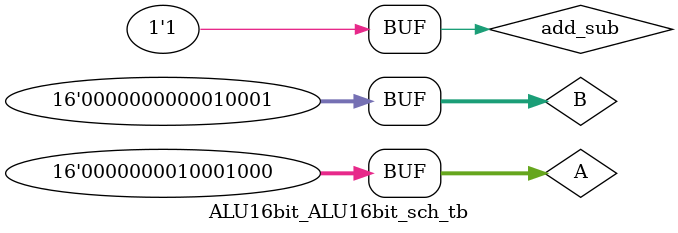
<source format=v>

`timescale 1ns / 1ps

module ALU16bit_ALU16bit_sch_tb();

// Inputs
   reg add_sub;
   reg [15:0] A;
   reg [15:0] B;

// Output
   wire C;
   wire [15:0] S;
   wire V;
   wire Z;
   wire N;

// Bidirs
	integer i;
// Instantiate the UUT
   ALU16bit UUT (
		.add_sub(add_sub), 
		.C(C), 
		.A(A), 
		.B(B), 
		.S(S), 
		.V(V), 
		.Z(Z), 
		.N(N)
   );
// Initialize Inputs
	initial begin
	add_sub = 0;
	A = 8'h0000;
	B = 8'h0000;
	#10;
	A = 8'h0A0A;
	B = 8'hB0B0;
	#10;
	add_sub = 1;
	#10;
	A = 8'h8888;
	B = 8'h1111;
	end
endmodule

</source>
